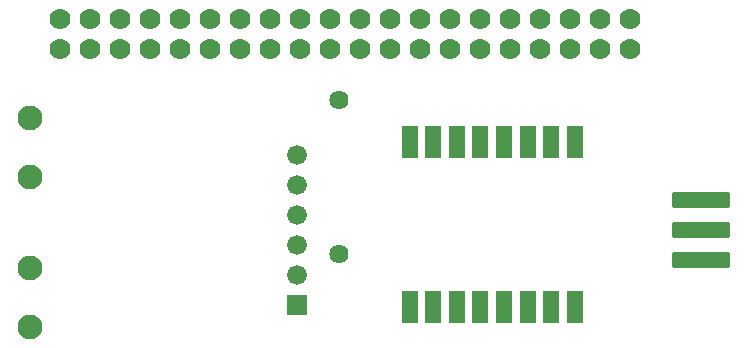
<source format=gts>
G04 Layer: TopSolderMaskLayer*
G04 EasyEDA v6.5.42, 2024-04-02 14:52:46*
G04 5a13a6d2cfb54f0dbe7fbbe2e4b841dc,acb5ada5342d49438264df6f97d5643c,10*
G04 Gerber Generator version 0.2*
G04 Scale: 100 percent, Rotated: No, Reflected: No *
G04 Dimensions in millimeters *
G04 leading zeros omitted , absolute positions ,4 integer and 5 decimal *
%FSLAX45Y45*%
%MOMM*%

%AMMACRO1*1,1,$1,$2,$3*1,1,$1,$4,$5*1,1,$1,0-$2,0-$3*1,1,$1,0-$4,0-$5*20,1,$1,$2,$3,$4,$5,0*20,1,$1,$4,$5,0-$2,0-$3,0*20,1,$1,0-$2,0-$3,0-$4,0-$5,0*20,1,$1,0-$4,0-$5,$2,$3,0*4,1,4,$2,$3,$4,$5,0-$2,0-$3,0-$4,0-$5,$2,$3,0*%
%ADD10C,1.6764*%
%ADD11R,1.6764X1.6764*%
%ADD12C,2.1016*%
%ADD13MACRO1,0.2032X0.6X-1.25X-0.6X-1.25*%
%ADD14MACRO1,0.1016X-2.4X0.6X2.4X0.6*%
%ADD15C,1.7780*%
%ADD16C,1.6256*%

%LPD*%
D10*
G01*
X3857752Y6401562D03*
G01*
X3857752Y6147562D03*
G01*
X3857752Y5893562D03*
G01*
X3857752Y5639562D03*
G01*
X3857752Y5385562D03*
D11*
G01*
X3857752Y5131562D03*
D12*
G01*
X1600200Y6714744D03*
G01*
X1600200Y6213855D03*
G01*
X1600200Y5444744D03*
G01*
X1600200Y4943855D03*
D13*
G01*
X6211801Y6516601D03*
G01*
X6011798Y6516601D03*
G01*
X5811799Y6516601D03*
G01*
X5611799Y6516601D03*
G01*
X5411800Y6516601D03*
G01*
X5211800Y6516601D03*
G01*
X5011801Y6516601D03*
G01*
X4811798Y6516601D03*
G01*
X4811798Y5116598D03*
G01*
X5011801Y5116598D03*
G01*
X5211800Y5116598D03*
G01*
X5411800Y5116598D03*
G01*
X5611799Y5116598D03*
G01*
X5811799Y5116598D03*
G01*
X6011798Y5116598D03*
G01*
X6211801Y5116598D03*
D14*
G01*
X7277105Y5510822D03*
G01*
X7277105Y6020803D03*
G01*
X7277100Y5765812D03*
D15*
G01*
X1854200Y7302500D03*
G01*
X1854200Y7556500D03*
G01*
X2108200Y7302500D03*
G01*
X2108200Y7556500D03*
G01*
X2362200Y7302500D03*
G01*
X2362200Y7556500D03*
G01*
X2616200Y7302500D03*
G01*
X2616200Y7556500D03*
G01*
X2870200Y7302500D03*
G01*
X2870200Y7556500D03*
G01*
X3124200Y7302500D03*
G01*
X3124200Y7556500D03*
G01*
X3378200Y7302500D03*
G01*
X3378200Y7556500D03*
G01*
X3632200Y7302500D03*
G01*
X3632200Y7556500D03*
G01*
X3886200Y7302500D03*
G01*
X3886200Y7556500D03*
G01*
X4140200Y7302500D03*
G01*
X4140200Y7556500D03*
G01*
X4394200Y7302500D03*
G01*
X4394200Y7556500D03*
G01*
X4648200Y7302500D03*
G01*
X4648200Y7556500D03*
G01*
X4902200Y7302500D03*
G01*
X4902200Y7556500D03*
G01*
X5156200Y7302500D03*
G01*
X5156200Y7556500D03*
G01*
X5410200Y7302500D03*
G01*
X5410200Y7556500D03*
G01*
X5664200Y7302500D03*
G01*
X5664200Y7556500D03*
G01*
X5918200Y7302500D03*
G01*
X5918200Y7556500D03*
G01*
X6172200Y7302500D03*
G01*
X6172200Y7556500D03*
G01*
X6426200Y7302500D03*
G01*
X6426200Y7556500D03*
G01*
X6680200Y7302500D03*
G01*
X6680200Y7556500D03*
D16*
G01*
X4216400Y6870700D03*
G01*
X4216400Y5562600D03*
M02*

</source>
